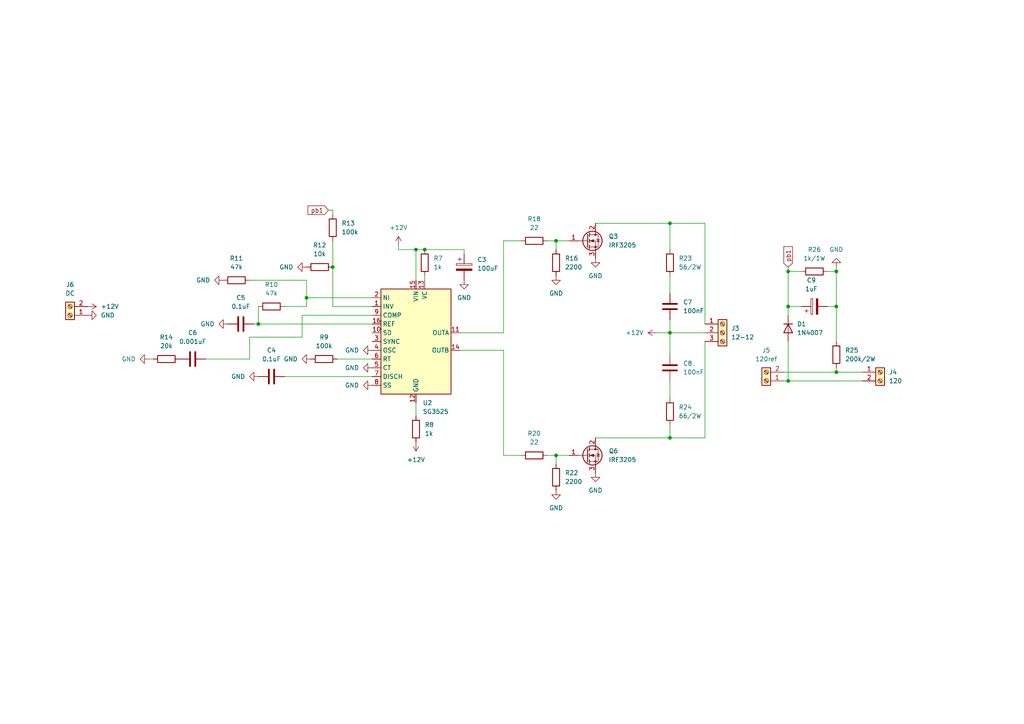
<source format=kicad_sch>
(kicad_sch (version 20230121) (generator eeschema)
  (paper "A4")
  (lib_symbols
    (symbol "Connector:Screw_Terminal_01x02" (pin_names (offset 1.016) hide)
      (property "Reference" "J" (at 0 2.54 0))
      (property "Value" "Screw_Terminal_01x02" (at 0 -5.08 0))
      (symbol "Screw_Terminal_01x02_1_1"
        (rectangle (start -1.27 1.27) (end 1.27 -3.81) (stroke (width 0.254)) (fill (type background)))
        (circle (center 0 -2.54) (radius 0.635) (stroke (width 0.1524)))
        (polyline (pts (xy -0.5334 -2.2098) (xy 0.3302 -3.048)) (stroke (width 0.1524)))
        (polyline (pts (xy -0.5334 0.3302) (xy 0.3302 -0.508)) (stroke (width 0.1524)))
        (polyline (pts (xy -0.3556 -2.032) (xy 0.508 -2.8702)) (stroke (width 0.1524)))
        (polyline (pts (xy -0.3556 0.508) (xy 0.508 -0.3302)) (stroke (width 0.1524)))
        (circle (center 0 0) (radius 0.635) (stroke (width 0.1524)))
        (pin passive line (at -5.08 0 0) (length 3.81) (name "Pin_1") (number "1"))
        (pin passive line (at -5.08 -2.54 0) (length 3.81) (name "Pin_2") (number "2"))
      )
    )
    (symbol "Connector:Screw_Terminal_01x03" (pin_names (offset 1.016) hide)
      (property "Reference" "J" (at 0 5.08 0))
      (property "Value" "Screw_Terminal_01x03" (at 0 -5.08 0))
      (symbol "Screw_Terminal_01x03_1_1"
        (rectangle (start -1.27 3.81) (end 1.27 -3.81) (stroke (width 0.254)) (fill (type background)))
        (circle (center 0 -2.54) (radius 0.635) (stroke (width 0.1524)))
        (polyline (pts (xy -0.5334 -2.2098) (xy 0.3302 -3.048)) (stroke (width 0.1524)))
        (polyline (pts (xy -0.5334 0.3302) (xy 0.3302 -0.508)) (stroke (width 0.1524)))
        (polyline (pts (xy -0.5334 2.8702) (xy 0.3302 2.032)) (stroke (width 0.1524)))
        (polyline (pts (xy -0.3556 -2.032) (xy 0.508 -2.8702)) (stroke (width 0.1524)))
        (polyline (pts (xy -0.3556 0.508) (xy 0.508 -0.3302)) (stroke (width 0.1524)))
        (polyline (pts (xy -0.3556 3.048) (xy 0.508 2.2098)) (stroke (width 0.1524)))
        (circle (center 0 0) (radius 0.635) (stroke (width 0.1524)))
        (circle (center 0 2.54) (radius 0.635) (stroke (width 0.1524)))
        (pin passive line (at -5.08 2.54 0) (length 3.81) (name "Pin_1") (number "1"))
        (pin passive line (at -5.08 0 0) (length 3.81) (name "Pin_2") (number "2"))
        (pin passive line (at -5.08 -2.54 0) (length 3.81) (name "Pin_3") (number "3"))
      )
    )
    (symbol "Device:C" (pin_numbers hide) (pin_names (offset 0.254))
      (property "Reference" "C" (at 0.635 2.54 0))
      (property "Value" "C" (at 0.635 -2.54 0))
      (symbol "C_0_1"
        (polyline (pts (xy -2.032 -0.762) (xy 2.032 -0.762)) (stroke (width 0.508)))
        (polyline (pts (xy -2.032 0.762) (xy 2.032 0.762)) (stroke (width 0.508)))
      )
      (symbol "C_1_1"
        (pin passive line (at 0 3.81 270) (length 2.794) (name "~") (number "1"))
        (pin passive line (at 0 -3.81 90) (length 2.794) (name "~") (number "2"))
      )
    )
    (symbol "Device:C_Polarized" (pin_numbers hide) (pin_names (offset 0.254))
      (property "Reference" "C" (at 0.635 2.54 0))
      (property "Value" "C_Polarized" (at 0.635 -2.54 0))
      (symbol "C_Polarized_0_1"
        (rectangle (start -2.286 0.508) (end 2.286 1.016))
        (polyline (pts (xy -1.778 2.286) (xy -0.762 2.286)))
        (polyline (pts (xy -1.27 2.794) (xy -1.27 1.778)))
        (rectangle (start 2.286 -0.508) (end -2.286 -1.016) (fill (type outline)))
      )
      (symbol "C_Polarized_1_1"
        (pin passive line (at 0 3.81 270) (length 2.794) (name "~") (number "1"))
        (pin passive line (at 0 -3.81 90) (length 2.794) (name "~") (number "2"))
      )
    )
    (symbol "Device:R" (pin_numbers hide) (pin_names (offset 0))
      (property "Reference" "R" (at 2.032 0 90))
      (property "Value" "R" (at 0 0 90))
      (symbol "R_0_1"
        (rectangle (start -1.016 -2.54) (end 1.016 2.54) (stroke (width 0.254)))
      )
      (symbol "R_1_1"
        (pin passive line (at 0 3.81 270) (length 1.27) (name "~") (number "1"))
        (pin passive line (at 0 -3.81 90) (length 1.27) (name "~") (number "2"))
      )
    )
    (symbol "Diode:1N4007" (pin_numbers hide) (pin_names hide)
      (property "Reference" "D" (at 0 2.54 0))
      (property "Value" "1N4007" (at 0 -2.54 0))
      (symbol "1N4007_0_1"
        (polyline (pts (xy -1.27 1.27) (xy -1.27 -1.27)) (stroke (width 0.254)))
        (polyline (pts (xy 1.27 0) (xy -1.27 0)))
        (polyline (pts (xy 1.27 1.27) (xy 1.27 -1.27) (xy -1.27 0) (xy 1.27 1.27)) (stroke (width 0.254)))
      )
      (symbol "1N4007_1_1"
        (pin passive line (at -3.81 0 0) (length 2.54) (name "K") (number "1"))
        (pin passive line (at 3.81 0 180) (length 2.54) (name "A") (number "2"))
      )
    )
    (symbol "Regulator_Controller:SG3525"
      (property "Reference" "U" (at 3.81 19.05 0))
      (property "Value" "SG3525" (at 3.81 16.51 0))
      (symbol "SG3525_0_1"
        (rectangle (start -10.16 -15.24) (end 10.16 15.24) (stroke (width 0.254)) (fill (type background)))
      )
      (symbol "SG3525_1_1"
        (pin input line (at -12.7 10.16 0) (length 2.54) (name "INV") (number "1"))
        (pin passive line (at -12.7 2.54 0) (length 2.54) (name "SD") (number "10"))
        (pin output line (at 12.7 2.54 180) (length 2.54) (name "OUTA") (number "11"))
        (pin power_in line (at 0 -17.78 90) (length 2.54) (name "GND") (number "12"))
        (pin power_in line (at 2.54 17.78 270) (length 2.54) (name "VC") (number "13"))
        (pin output line (at 12.7 -2.54 180) (length 2.54) (name "OUTB") (number "14"))
        (pin power_in line (at 0 17.78 270) (length 2.54) (name "VIN") (number "15"))
        (pin power_in line (at -12.7 5.08 0) (length 2.54) (name "REF") (number "16"))
        (pin input line (at -12.7 12.7 0) (length 2.54) (name "NI") (number "2"))
        (pin passive line (at -12.7 0 0) (length 2.54) (name "SYNC") (number "3"))
        (pin output line (at -12.7 -2.54 0) (length 2.54) (name "OSC") (number "4"))
        (pin passive line (at -12.7 -7.62 0) (length 2.54) (name "CT") (number "5"))
        (pin passive line (at -12.7 -5.08 0) (length 2.54) (name "RT") (number "6"))
        (pin open_collector line (at -12.7 -10.16 0) (length 2.54) (name "DISCH") (number "7"))
        (pin passive line (at -12.7 -12.7 0) (length 2.54) (name "SS") (number "8"))
        (pin passive line (at -12.7 7.62 0) (length 2.54) (name "COMP") (number "9"))
      )
    )
    (symbol "Transistor_FET:IRF3205" (pin_names hide)
      (property "Reference" "Q" (at 6.35 1.905 0))
      (property "Value" "IRF3205" (at 6.35 0 0))
      (symbol "IRF3205_0_1"
        (polyline (pts (xy 0.254 0) (xy -2.54 0)))
        (polyline (pts (xy 0.254 1.905) (xy 0.254 -1.905)) (stroke (width 0.254)))
        (polyline (pts (xy 0.762 -1.27) (xy 0.762 -2.286)) (stroke (width 0.254)))
        (polyline (pts (xy 0.762 0.508) (xy 0.762 -0.508)) (stroke (width 0.254)))
        (polyline (pts (xy 0.762 2.286) (xy 0.762 1.27)) (stroke (width 0.254)))
        (polyline (pts (xy 2.54 2.54) (xy 2.54 1.778)))
        (polyline (pts (xy 2.54 -2.54) (xy 2.54 0) (xy 0.762 0)))
        (polyline (pts (xy 0.762 -1.778) (xy 3.302 -1.778) (xy 3.302 1.778) (xy 0.762 1.778)))
        (polyline (pts (xy 1.016 0) (xy 2.032 0.381) (xy 2.032 -0.381) (xy 1.016 0)) (fill (type outline)))
        (polyline (pts (xy 2.794 0.508) (xy 2.921 0.381) (xy 3.683 0.381) (xy 3.81 0.254)))
        (polyline (pts (xy 3.302 0.381) (xy 2.921 -0.254) (xy 3.683 -0.254) (xy 3.302 0.381)))
        (circle (center 1.651 0) (radius 2.794) (stroke (width 0.254)))
        (circle (center 2.54 -1.778) (radius 0.254) (fill (type outline)))
        (circle (center 2.54 1.778) (radius 0.254) (fill (type outline)))
      )
      (symbol "IRF3205_1_1"
        (pin input line (at -5.08 0 0) (length 2.54) (name "G") (number "1"))
        (pin passive line (at 2.54 5.08 270) (length 2.54) (name "D") (number "2"))
        (pin passive line (at 2.54 -5.08 90) (length 2.54) (name "S") (number "3"))
      )
    )
    (symbol "power:+12V" (power) (pin_names (offset 0))
      (property "Value" "+12V" (at 0 3.556 0))
      (symbol "+12V_0_1"
        (polyline (pts (xy -0.762 1.27) (xy 0 2.54)))
        (polyline (pts (xy 0 0) (xy 0 2.54)))
        (polyline (pts (xy 0 2.54) (xy 0.762 1.27)))
      )
      (symbol "+12V_1_1"
        (pin power_in line (at 0 0 90) (length 0) hide (name "+12V") (number "1"))
      )
    )
    (symbol "power:GND" (power) (pin_names (offset 0))
      (property "Value" "GND" (at 0 -3.81 0))
      (symbol "GND_0_1"
        (polyline (pts (xy 0 0) (xy 0 -1.27) (xy 1.27 -1.27) (xy 0 -2.54) (xy -1.27 -1.27) (xy 0 -1.27)))
      )
      (symbol "GND_1_1"
        (pin power_in line (at 0 0 270) (length 0) hide (name "GND") (number "1"))
      )
    )
  )
  (junction (at 123.19 72.39))
  (junction (at 242.57 107.95))
  (junction (at 74.93 93.98))
  (junction (at 88.9 86.36))
  (junction (at 242.57 78.74))
  (junction (at 96.52 77.47))
  (junction (at 228.6 78.74))
  (junction (at 228.6 88.9))
  (junction (at 228.6 110.49))
  (junction (at 194.31 96.52))
  (junction (at 194.31 127))
  (junction (at 161.29 132.08))
  (junction (at 194.31 64.77))
  (junction (at 242.57 88.9))
  (junction (at 120.65 72.39))
  (junction (at 161.29 69.85))
  (wire (pts (xy 59.69 104.14) (xy 72.39 104.14)))
  (wire (pts (xy 242.57 78.74) (xy 242.57 88.9)))
  (wire (pts (xy 228.6 110.49) (xy 250.19 110.49)))
  (wire (pts (xy 96.52 60.96) (xy 96.52 62.23)))
  (wire (pts (xy 194.31 96.52) (xy 204.47 96.52)))
  (wire (pts (xy 74.93 88.9) (xy 74.93 93.98)))
  (wire (pts (xy 194.31 92.71) (xy 194.31 96.52)))
  (wire (pts (xy 161.29 132.08) (xy 161.29 134.62)))
  (wire (pts (xy 204.47 127) (xy 194.31 127)))
  (wire (pts (xy 194.31 96.52) (xy 194.31 102.87)))
  (wire (pts (xy 232.41 78.74) (xy 228.6 78.74)))
  (wire (pts (xy 146.05 132.08) (xy 151.13 132.08)))
  (wire (pts (xy 161.29 69.85) (xy 161.29 72.39)))
  (wire (pts (xy 88.9 86.36) (xy 107.95 86.36)))
  (wire (pts (xy 96.52 77.47) (xy 96.52 88.9)))
  (wire (pts (xy 194.31 110.49) (xy 194.31 115.57)))
  (wire (pts (xy 146.05 101.6) (xy 146.05 132.08)))
  (wire (pts (xy 227.33 110.49) (xy 228.6 110.49)))
  (wire (pts (xy 242.57 77.47) (xy 242.57 78.74)))
  (wire (pts (xy 115.57 71.12) (xy 115.57 72.39)))
  (wire (pts (xy 240.03 78.74) (xy 242.57 78.74)))
  (wire (pts (xy 242.57 88.9) (xy 242.57 99.06)))
  (wire (pts (xy 96.52 88.9) (xy 107.95 88.9)))
  (wire (pts (xy 88.9 81.28) (xy 88.9 86.36)))
  (wire (pts (xy 97.79 104.14) (xy 107.95 104.14)))
  (wire (pts (xy 158.75 132.08) (xy 161.29 132.08)))
  (wire (pts (xy 120.65 72.39) (xy 120.65 81.28)))
  (wire (pts (xy 161.29 132.08) (xy 165.1 132.08)))
  (wire (pts (xy 172.72 127) (xy 194.31 127)))
  (wire (pts (xy 95.25 60.96) (xy 96.52 60.96)))
  (wire (pts (xy 133.35 96.52) (xy 146.05 96.52)))
  (wire (pts (xy 204.47 64.77) (xy 194.31 64.77)))
  (wire (pts (xy 190.5 96.52) (xy 194.31 96.52)))
  (wire (pts (xy 115.57 72.39) (xy 120.65 72.39)))
  (wire (pts (xy 204.47 99.06) (xy 204.47 127)))
  (wire (pts (xy 88.9 88.9) (xy 88.9 86.36)))
  (wire (pts (xy 172.72 64.77) (xy 194.31 64.77)))
  (wire (pts (xy 82.55 109.22) (xy 107.95 109.22)))
  (wire (pts (xy 87.63 97.79) (xy 87.63 91.44)))
  (wire (pts (xy 242.57 106.68) (xy 242.57 107.95)))
  (wire (pts (xy 72.39 81.28) (xy 88.9 81.28)))
  (wire (pts (xy 204.47 93.98) (xy 204.47 64.77)))
  (wire (pts (xy 43.18 104.14) (xy 44.45 104.14)))
  (wire (pts (xy 74.93 93.98) (xy 107.95 93.98)))
  (wire (pts (xy 158.75 69.85) (xy 161.29 69.85)))
  (wire (pts (xy 72.39 97.79) (xy 87.63 97.79)))
  (wire (pts (xy 228.6 77.47) (xy 228.6 78.74)))
  (wire (pts (xy 161.29 69.85) (xy 165.1 69.85)))
  (wire (pts (xy 228.6 78.74) (xy 228.6 88.9)))
  (wire (pts (xy 73.66 93.98) (xy 74.93 93.98)))
  (wire (pts (xy 72.39 104.14) (xy 72.39 97.79)))
  (wire (pts (xy 240.03 88.9) (xy 242.57 88.9)))
  (wire (pts (xy 228.6 88.9) (xy 228.6 91.44)))
  (wire (pts (xy 151.13 69.85) (xy 146.05 69.85)))
  (wire (pts (xy 194.31 123.19) (xy 194.31 127)))
  (wire (pts (xy 134.62 73.66) (xy 134.62 72.39)))
  (wire (pts (xy 194.31 80.01) (xy 194.31 85.09)))
  (wire (pts (xy 120.65 72.39) (xy 123.19 72.39)))
  (wire (pts (xy 242.57 107.95) (xy 250.19 107.95)))
  (wire (pts (xy 194.31 64.77) (xy 194.31 72.39)))
  (wire (pts (xy 87.63 91.44) (xy 107.95 91.44)))
  (wire (pts (xy 133.35 101.6) (xy 146.05 101.6)))
  (wire (pts (xy 123.19 80.01) (xy 123.19 81.28)))
  (wire (pts (xy 227.33 107.95) (xy 242.57 107.95)))
  (wire (pts (xy 232.41 88.9) (xy 228.6 88.9)))
  (wire (pts (xy 120.65 116.84) (xy 120.65 120.65)))
  (wire (pts (xy 134.62 72.39) (xy 123.19 72.39)))
  (wire (pts (xy 228.6 99.06) (xy 228.6 110.49)))
  (wire (pts (xy 96.52 69.85) (xy 96.52 77.47)))
  (wire (pts (xy 146.05 69.85) (xy 146.05 96.52)))
  (wire (pts (xy 82.55 88.9) (xy 88.9 88.9)))
  (global_label "pb1" (shape input) (at 95.25 60.96 180) (property "Intersheetrefs" "${INTERSHEET_REFS}" (effects hide)))
  (global_label "pb1" (shape input) (at 228.6 77.47 90) (property "Intersheetrefs" "${INTERSHEET_REFS}" (effects hide)))
  (symbol (lib_id "power:GND") (at 172.72 137.16 0) (unit 1)
    (property "Reference" "#PWR028" (effects hide))
    (property "Value" "GND" (at 172.72 142.24 0))
  )
  (symbol (lib_id "power:GND") (at 90.17 104.14 270) (unit 1)
    (property "Reference" "#PWR020" (effects hide))
    (property "Value" "GND" (at 86.36 104.14 90) (effects (justify right)))
  )
  (symbol (lib_id "power:GND") (at 88.9 77.47 270) (unit 1)
    (property "Reference" "#PWR023" (effects hide))
    (property "Value" "GND" (at 85.09 77.47 90) (effects (justify right)))
  )
  (symbol (lib_id "power:+12V") (at 25.4 88.9 270) (unit 1)
    (property "Reference" "#PWR036" (effects hide))
    (property "Value" "+12V" (at 29.21 88.9 90) (effects (justify left)))
  )
  (symbol (lib_id "power:+12V") (at 115.57 71.12 0) (unit 1)
    (property "Reference" "#PWR013" (effects hide))
    (property "Value" "+12V" (at 115.57 66.04 0))
  )
  (symbol (lib_id "Connector:Screw_Terminal_01x02") (at 20.32 91.44 180) (unit 1)
    (property "Reference" "J6" (at 20.32 82.55 0))
    (property "Value" "DC" (at 20.32 85.09 0))
    (property "Footprint" "TerminalBlock:TerminalBlock_bornier-2_P5.08mm" (effects hide))
  )
  (symbol (lib_id "Device:R") (at 194.31 76.2 0) (unit 1)
    (property "Reference" "R23" (at 196.85 74.93 0) (effects (justify left)))
    (property "Value" "56/2W" (at 196.85 77.47 0) (effects (justify left)))
    (property "Footprint" "Resistor_THT:R_Axial_DIN0309_L9.0mm_D3.2mm_P12.70mm_Horizontal" (effects hide))
  )
  (symbol (lib_id "Device:R") (at 123.19 76.2 0) (unit 1)
    (property "Reference" "R7" (at 125.73 74.93 0) (effects (justify left)))
    (property "Value" "1k" (at 125.73 77.47 0) (effects (justify left)))
    (property "Footprint" "Resistor_THT:R_Axial_DIN0207_L6.3mm_D2.5mm_P7.62mm_Horizontal" (effects hide))
  )
  (symbol (lib_id "Device:R") (at 96.52 66.04 180) (unit 1)
    (property "Reference" "R13" (at 99.06 64.77 0) (effects (justify right)))
    (property "Value" "100k" (at 99.06 67.31 0) (effects (justify right)))
    (property "Footprint" "Resistor_THT:R_Axial_DIN0207_L6.3mm_D2.5mm_P7.62mm_Horizontal" (effects hide))
  )
  (symbol (lib_id "power:GND") (at 74.93 109.22 270) (unit 1)
    (property "Reference" "#PWR019" (effects hide))
    (property "Value" "GND" (at 71.12 109.22 90) (effects (justify right)))
  )
  (symbol (lib_id "power:GND") (at 43.18 104.14 270) (unit 1)
    (property "Reference" "#PWR024" (effects hide))
    (property "Value" "GND" (at 39.37 104.14 90) (effects (justify right)))
  )
  (symbol (lib_id "Device:C") (at 194.31 88.9 180) (unit 1)
    (property "Reference" "C7" (at 198.12 87.63 0) (effects (justify right)))
    (property "Value" "100nF" (at 198.12 90.17 0) (effects (justify right)))
    (property "Footprint" "Capacitor_THT:C_Disc_D5.1mm_W3.2mm_P5.00mm" (effects hide))
  )
  (symbol (lib_id "Diode:1N4007") (at 228.6 95.25 270) (unit 1)
    (property "Reference" "D1" (at 231.14 93.98 90) (effects (justify left)))
    (property "Value" "1N4007" (at 231.14 96.52 90) (effects (justify left)))
    (property "Footprint" "Diode_THT:D_DO-41_SOD81_P10.16mm_Horizontal" (effects hide))
    (property "Datasheet" "http://www.vishay.com/docs/88503/1n4001.pdf" (effects hide))
    (property "Sim.Device" "D" (effects hide))
    (property "Sim.Pins" "1=K 2=A" (effects hide))
  )
  (symbol (lib_id "Device:C") (at 78.74 109.22 90) (unit 1)
    (property "Reference" "C4" (at 78.74 101.6 90))
    (property "Value" "0.1uF" (at 78.74 104.14 90))
    (property "Footprint" "Capacitor_THT:C_Disc_D5.1mm_W3.2mm_P5.00mm" (effects hide))
  )
  (symbol (lib_id "power:GND") (at 161.29 142.24 0) (unit 1)
    (property "Reference" "#PWR031" (effects hide))
    (property "Value" "GND" (at 161.29 147.32 0))
  )
  (symbol (lib_id "power:GND") (at 107.95 106.68 270) (unit 1)
    (property "Reference" "#PWR017" (effects hide))
    (property "Value" "GND" (at 104.14 106.68 90) (effects (justify right)))
  )
  (symbol (lib_id "Device:R") (at 154.94 132.08 90) (unit 1)
    (property "Reference" "R20" (at 154.94 125.73 90))
    (property "Value" "22" (at 154.94 128.27 90))
    (property "Footprint" "Resistor_THT:R_Axial_DIN0207_L6.3mm_D2.5mm_P7.62mm_Horizontal" (effects hide))
  )
  (symbol (lib_id "power:GND") (at 107.95 101.6 270) (unit 1)
    (property "Reference" "#PWR016" (effects hide))
    (property "Value" "GND" (at 104.14 101.6 90) (effects (justify right)))
  )
  (symbol (lib_id "Device:R") (at 48.26 104.14 90) (unit 1)
    (property "Reference" "R14" (at 48.26 97.79 90))
    (property "Value" "20k" (at 48.26 100.33 90))
    (property "Footprint" "Resistor_THT:R_Axial_DIN0207_L6.3mm_D2.5mm_P7.62mm_Horizontal" (effects hide))
  )
  (symbol (lib_id "power:+12V") (at 190.5 96.52 90) (unit 1)
    (property "Reference" "#PWR033" (effects hide))
    (property "Value" "+12V" (at 186.69 96.52 90) (effects (justify left)))
  )
  (symbol (lib_id "Device:C") (at 55.88 104.14 90) (unit 1)
    (property "Reference" "C6" (at 55.88 96.52 90))
    (property "Value" "0.001uF" (at 55.88 99.06 90))
    (property "Footprint" "Capacitor_THT:C_Disc_D5.1mm_W3.2mm_P5.00mm" (effects hide))
  )
  (symbol (lib_id "Device:R") (at 78.74 88.9 90) (unit 1)
    (property "Reference" "R10" (at 78.74 82.55 90))
    (property "Value" "47k" (at 78.74 85.09 90))
    (property "Footprint" "Resistor_THT:R_Axial_DIN0207_L6.3mm_D2.5mm_P7.62mm_Horizontal" (effects hide))
  )
  (symbol (lib_id "Transistor_FET:IRF3205") (at 170.18 132.08 0) (unit 1)
    (property "Reference" "Q6" (at 176.53 130.81 0) (effects (justify left)))
    (property "Value" "IRF3205" (at 176.53 133.35 0) (effects (justify left)))
    (property "Footprint" "Package_TO_SOT_THT:TO-220-3_Vertical" (effects hide))
    (property "Datasheet" "http://www.irf.com/product-info/datasheets/data/irf3205.pdf" (effects hide))
  )
  (symbol (lib_id "Device:R") (at 120.65 124.46 0) (unit 1)
    (property "Reference" "R8" (at 123.19 123.19 0) (effects (justify left)))
    (property "Value" "1k" (at 123.19 125.73 0) (effects (justify left)))
    (property "Footprint" "Resistor_THT:R_Axial_DIN0207_L6.3mm_D2.5mm_P7.62mm_Horizontal" (effects hide))
  )
  (symbol (lib_id "power:+12V") (at 120.65 128.27 180) (unit 1)
    (property "Reference" "#PWR014" (effects hide))
    (property "Value" "+12V" (at 120.65 133.35 0))
  )
  (symbol (lib_id "Device:C_Polarized") (at 236.22 88.9 90) (unit 1)
    (property "Reference" "C9" (at 235.331 81.28 90))
    (property "Value" "1uF" (at 235.331 83.82 90))
    (property "Footprint" "Capacitor_THT:CP_Radial_D7.5mm_P2.50mm" (effects hide))
  )
  (symbol (lib_id "Device:R") (at 236.22 78.74 90) (unit 1)
    (property "Reference" "R26" (at 236.22 72.39 90))
    (property "Value" "1k/1W" (at 236.22 74.93 90))
    (property "Footprint" "Resistor_THT:R_Axial_DIN0309_L9.0mm_D3.2mm_P12.70mm_Horizontal" (effects hide))
  )
  (symbol (lib_id "Device:R") (at 161.29 138.43 0) (unit 1)
    (property "Reference" "R22" (at 163.83 137.16 0) (effects (justify left)))
    (property "Value" "2200" (at 163.83 139.7 0) (effects (justify left)))
    (property "Footprint" "Resistor_THT:R_Axial_DIN0207_L6.3mm_D2.5mm_P7.62mm_Horizontal" (effects hide))
  )
  (symbol (lib_id "power:GND") (at 161.29 80.01 0) (unit 1)
    (property "Reference" "#PWR032" (effects hide))
    (property "Value" "GND" (at 161.29 85.09 0))
  )
  (symbol (lib_id "Device:R") (at 68.58 81.28 90) (unit 1)
    (property "Reference" "R11" (at 68.58 74.93 90))
    (property "Value" "47k" (at 68.58 77.47 90))
    (property "Footprint" "Resistor_THT:R_Axial_DIN0207_L6.3mm_D2.5mm_P7.62mm_Horizontal" (effects hide))
  )
  (symbol (lib_id "power:GND") (at 25.4 91.44 90) (unit 1)
    (property "Reference" "#PWR09" (effects hide))
    (property "Value" "GND" (at 29.21 91.44 90) (effects (justify right)))
  )
  (symbol (lib_id "Device:C") (at 194.31 106.68 180) (unit 1)
    (property "Reference" "C8" (at 198.12 105.41 0) (effects (justify right)))
    (property "Value" "100nF" (at 198.12 107.95 0) (effects (justify right)))
    (property "Footprint" "Capacitor_THT:C_Disc_D5.1mm_W3.2mm_P5.00mm" (effects hide))
  )
  (symbol (lib_id "power:GND") (at 64.77 81.28 270) (unit 1)
    (property "Reference" "#PWR022" (effects hide))
    (property "Value" "GND" (at 60.96 81.28 90) (effects (justify right)))
  )
  (symbol (lib_id "Transistor_FET:IRF3205") (at 170.18 69.85 0) (unit 1)
    (property "Reference" "Q3" (at 176.53 68.58 0) (effects (justify left)))
    (property "Value" "IRF3205" (at 176.53 71.12 0) (effects (justify left)))
    (property "Footprint" "Package_TO_SOT_THT:TO-220-3_Vertical" (effects hide))
    (property "Datasheet" "http://www.irf.com/product-info/datasheets/data/irf3205.pdf" (effects hide))
  )
  (symbol (lib_id "Device:R") (at 154.94 69.85 90) (unit 1)
    (property "Reference" "R18" (at 154.94 63.5 90))
    (property "Value" "22" (at 154.94 66.04 90))
    (property "Footprint" "Resistor_THT:R_Axial_DIN0207_L6.3mm_D2.5mm_P7.62mm_Horizontal" (effects hide))
  )
  (symbol (lib_id "Device:C_Polarized") (at 134.62 77.47 0) (unit 1)
    (property "Reference" "C3" (at 138.43 75.311 0) (effects (justify left)))
    (property "Value" "100uF" (at 138.43 77.851 0) (effects (justify left)))
    (property "Footprint" "Capacitor_THT:CP_Radial_D8.0mm_P5.00mm" (effects hide))
  )
  (symbol (lib_id "Device:R") (at 194.31 119.38 0) (unit 1)
    (property "Reference" "R24" (at 196.85 118.11 0) (effects (justify left)))
    (property "Value" "66/2W" (at 196.85 120.65 0) (effects (justify left)))
    (property "Footprint" "Resistor_THT:R_Axial_DIN0309_L9.0mm_D3.2mm_P12.70mm_Horizontal" (effects hide))
  )
  (symbol (lib_id "power:GND") (at 242.57 77.47 180) (unit 1)
    (property "Reference" "#PWR034" (effects hide))
    (property "Value" "GND" (at 242.57 72.39 0))
  )
  (symbol (lib_id "Connector:Screw_Terminal_01x02") (at 222.25 110.49 180) (unit 1)
    (property "Reference" "J5" (at 222.25 101.6 0))
    (property "Value" "120ref" (at 222.25 104.14 0))
    (property "Footprint" "TerminalBlock:TerminalBlock_bornier-2_P5.08mm" (effects hide))
  )
  (symbol (lib_id "Connector:Screw_Terminal_01x02") (at 255.27 107.95 0) (unit 1)
    (property "Reference" "J4" (at 257.81 107.95 0) (effects (justify left)))
    (property "Value" "120" (at 257.81 110.49 0) (effects (justify left)))
    (property "Footprint" "TerminalBlock:TerminalBlock_bornier-2_P5.08mm" (effects hide))
  )
  (symbol (lib_id "Device:R") (at 161.29 76.2 0) (unit 1)
    (property "Reference" "R16" (at 163.83 74.93 0) (effects (justify left)))
    (property "Value" "2200" (at 163.83 77.47 0) (effects (justify left)))
    (property "Footprint" "Resistor_THT:R_Axial_DIN0207_L6.3mm_D2.5mm_P7.62mm_Horizontal" (effects hide))
  )
  (symbol (lib_id "power:GND") (at 172.72 74.93 0) (unit 1)
    (property "Reference" "#PWR025" (effects hide))
    (property "Value" "GND" (at 172.72 80.01 0))
  )
  (symbol (lib_id "Device:R") (at 92.71 77.47 90) (unit 1)
    (property "Reference" "R12" (at 92.71 71.12 90))
    (property "Value" "10k" (at 92.71 73.66 90))
    (property "Footprint" "Resistor_THT:R_Axial_DIN0207_L6.3mm_D2.5mm_P7.62mm_Horizontal" (effects hide))
  )
  (symbol (lib_id "Connector:Screw_Terminal_01x03") (at 209.55 96.52 0) (unit 1)
    (property "Reference" "J3" (at 212.09 95.25 0) (effects (justify left)))
    (property "Value" "12-12" (at 212.09 97.79 0) (effects (justify left)))
    (property "Footprint" "TerminalBlock:TerminalBlock_bornier-3_P5.08mm" (effects hide))
  )
  (symbol (lib_id "Device:R") (at 93.98 104.14 90) (unit 1)
    (property "Reference" "R9" (at 93.98 97.79 90))
    (property "Value" "100k" (at 93.98 100.33 90))
    (property "Footprint" "Resistor_THT:R_Axial_DIN0207_L6.3mm_D2.5mm_P7.62mm_Horizontal" (effects hide))
  )
  (symbol (lib_id "power:GND") (at 134.62 81.28 0) (unit 1)
    (property "Reference" "#PWR015" (effects hide))
    (property "Value" "GND" (at 134.62 86.36 0))
  )
  (symbol (lib_id "power:GND") (at 107.95 111.76 270) (unit 1)
    (property "Reference" "#PWR018" (effects hide))
    (property "Value" "GND" (at 104.14 111.76 90) (effects (justify right)))
  )
  (symbol (lib_id "Device:C") (at 69.85 93.98 90) (unit 1)
    (property "Reference" "C5" (at 69.85 86.36 90))
    (property "Value" "0.1uF" (at 69.85 88.9 90))
    (property "Footprint" "Capacitor_THT:C_Disc_D5.1mm_W3.2mm_P5.00mm" (effects hide))
  )
  (symbol (lib_id "power:GND") (at 66.04 93.98 270) (unit 1)
    (property "Reference" "#PWR021" (effects hide))
    (property "Value" "GND" (at 62.23 93.98 90) (effects (justify right)))
  )
  (symbol (lib_id "Device:R") (at 242.57 102.87 0) (unit 1)
    (property "Reference" "R25" (at 245.11 101.6 0) (effects (justify left)))
    (property "Value" "200k/2W" (at 245.11 104.14 0) (effects (justify left)))
    (property "Footprint" "Resistor_THT:R_Axial_DIN0309_L9.0mm_D3.2mm_P12.70mm_Horizontal" (effects hide))
  )
  (symbol (lib_id "Regulator_Controller:SG3525") (at 120.65 99.06 0) (unit 1)
    (property "Reference" "U2" (at 122.6059 116.84 0) (effects (justify left)))
    (property "Value" "SG3525" (at 122.6059 119.38 0) (effects (justify left)))
    (property "Footprint" "Package_DIP:DIP-16_W7.62mm_LongPads" (effects hide))
    (property "Datasheet" "www.st.com/resource/en/datasheet/sg3525.pdf" (effects hide))
  )
)
</source>
